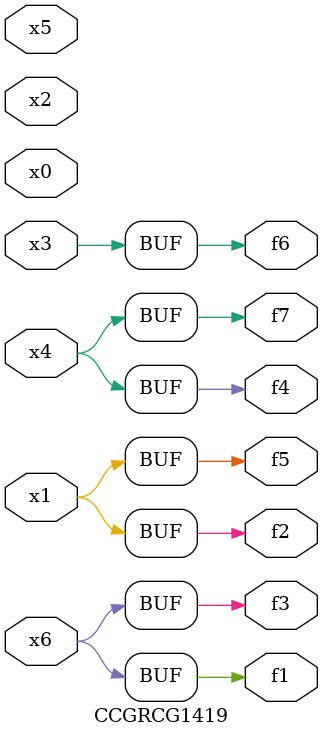
<source format=v>
module CCGRCG1419(
	input x0, x1, x2, x3, x4, x5, x6,
	output f1, f2, f3, f4, f5, f6, f7
);
	assign f1 = x6;
	assign f2 = x1;
	assign f3 = x6;
	assign f4 = x4;
	assign f5 = x1;
	assign f6 = x3;
	assign f7 = x4;
endmodule

</source>
